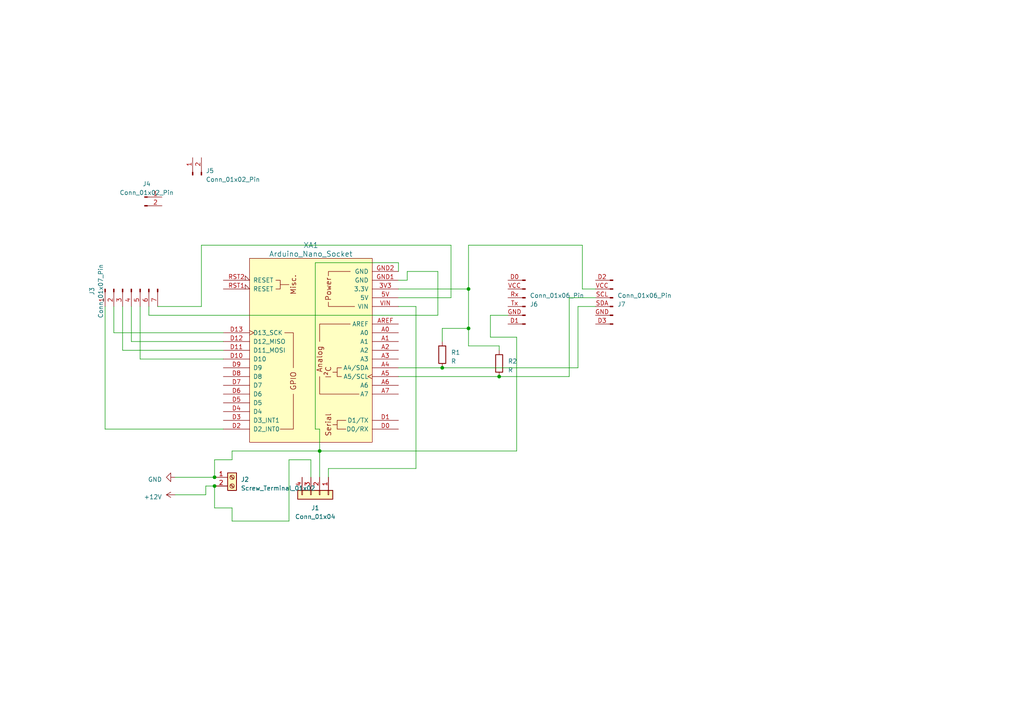
<source format=kicad_sch>
(kicad_sch (version 20230121) (generator eeschema)
  (paper "A4")
  (lib_symbols
    (symbol "Conn_01x06_Pin_1" (pin_names (offset 1.016) hide)
      (property "Reference" "J6" (at -1.27 -1.905 0))
      (property "Value" "Conn_01x06_Pin" (at -1.27 0.635 0))
      (symbol "Conn_01x06_Pin_1_1_1"
        (polyline (pts (xy 1.27 -7.62) (xy 0.8636 -7.62)) (stroke (width 0.1524)))
        (polyline (pts (xy 1.27 -5.08) (xy 0.8636 -5.08)) (stroke (width 0.1524)))
        (polyline (pts (xy 1.27 -2.54) (xy 0.8636 -2.54)) (stroke (width 0.1524)))
        (polyline (pts (xy 1.27 0) (xy 0.8636 0)) (stroke (width 0.1524)))
        (polyline (pts (xy 1.27 2.54) (xy 0.8636 2.54)) (stroke (width 0.1524)))
        (polyline (pts (xy 1.27 5.08) (xy 0.8636 5.08)) (stroke (width 0.1524)))
        (rectangle (start 0.8636 -7.493) (end 0 -7.747) (stroke (width 0.1524)) (fill (type outline)))
        (rectangle (start 0.8636 -4.953) (end 0 -5.207) (stroke (width 0.1524)) (fill (type outline)))
        (rectangle (start 0.8636 -2.413) (end 0 -2.667) (stroke (width 0.1524)) (fill (type outline)))
        (rectangle (start 0.8636 0.127) (end 0 -0.127) (stroke (width 0.1524)) (fill (type outline)))
        (rectangle (start 0.8636 2.667) (end 0 2.413) (stroke (width 0.1524)) (fill (type outline)))
        (rectangle (start 0.8636 5.207) (end 0 4.953) (stroke (width 0.1524)) (fill (type outline)))
        (pin passive line (at 5.08 5.08 180) (length 3.81) (name "Pin_1") (number "D0"))
        (pin passive line (at 5.08 -7.62 180) (length 3.81) (name "Pin_6") (number "D1"))
        (pin passive line (at 5.08 -5.08 180) (length 3.81) (name "Pin_5") (number "GND"))
        (pin passive line (at 5.08 0 180) (length 3.81) (name "Pin_3") (number "Rx"))
        (pin passive line (at 5.08 -2.54 180) (length 3.81) (name "Pin_4") (number "Tx"))
        (pin passive line (at 5.08 2.54 180) (length 3.81) (name "Pin_2") (number "VCC"))
      )
    )
    (symbol "Connector:Conn_01x02_Pin" (pin_names (offset 1.016) hide)
      (property "Reference" "J" (at 0 2.54 0))
      (property "Value" "Conn_01x02_Pin" (at 0 -5.08 0))
      (symbol "Conn_01x02_Pin_1_1"
        (polyline (pts (xy 1.27 -2.54) (xy 0.8636 -2.54)) (stroke (width 0.1524)))
        (polyline (pts (xy 1.27 0) (xy 0.8636 0)) (stroke (width 0.1524)))
        (rectangle (start 0.8636 -2.413) (end 0 -2.667) (stroke (width 0.1524)) (fill (type outline)))
        (rectangle (start 0.8636 0.127) (end 0 -0.127) (stroke (width 0.1524)) (fill (type outline)))
        (pin passive line (at 5.08 0 180) (length 3.81) (name "Pin_1") (number "1"))
        (pin passive line (at 5.08 -2.54 180) (length 3.81) (name "Pin_2") (number "2"))
      )
    )
    (symbol "Connector:Conn_01x06_Pin" (pin_names (offset 1.016) hide)
      (property "Reference" "J7" (at -1.27 -1.905 0))
      (property "Value" "Conn_01x06_Pin" (at -1.27 0.635 0))
      (symbol "Conn_01x06_Pin_1_1"
        (polyline (pts (xy 1.27 -7.62) (xy 0.8636 -7.62)) (stroke (width 0.1524)))
        (polyline (pts (xy 1.27 -5.08) (xy 0.8636 -5.08)) (stroke (width 0.1524)))
        (polyline (pts (xy 1.27 -2.54) (xy 0.8636 -2.54)) (stroke (width 0.1524)))
        (polyline (pts (xy 1.27 0) (xy 0.8636 0)) (stroke (width 0.1524)))
        (polyline (pts (xy 1.27 2.54) (xy 0.8636 2.54)) (stroke (width 0.1524)))
        (polyline (pts (xy 1.27 5.08) (xy 0.8636 5.08)) (stroke (width 0.1524)))
        (rectangle (start 0.8636 -7.493) (end 0 -7.747) (stroke (width 0.1524)) (fill (type outline)))
        (rectangle (start 0.8636 -4.953) (end 0 -5.207) (stroke (width 0.1524)) (fill (type outline)))
        (rectangle (start 0.8636 -2.413) (end 0 -2.667) (stroke (width 0.1524)) (fill (type outline)))
        (rectangle (start 0.8636 0.127) (end 0 -0.127) (stroke (width 0.1524)) (fill (type outline)))
        (rectangle (start 0.8636 2.667) (end 0 2.413) (stroke (width 0.1524)) (fill (type outline)))
        (rectangle (start 0.8636 5.207) (end 0 4.953) (stroke (width 0.1524)) (fill (type outline)))
        (pin passive line (at 5.08 5.08 180) (length 3.81) (name "Pin_1") (number "D2"))
        (pin passive line (at 5.08 -7.62 180) (length 3.81) (name "Pin_6") (number "D3"))
        (pin passive line (at 5.08 -5.08 180) (length 3.81) (name "Pin_5") (number "GND"))
        (pin passive line (at 5.08 0 180) (length 3.81) (name "Pin_3") (number "SCL"))
        (pin passive line (at 5.08 -2.54 180) (length 3.81) (name "Pin_4") (number "SDA"))
        (pin passive line (at 5.08 2.54 180) (length 3.81) (name "Pin_2") (number "VCC"))
      )
    )
    (symbol "Connector:Conn_01x07_Pin" (pin_names (offset 1.016) hide)
      (property "Reference" "J" (at 0 10.16 0))
      (property "Value" "Conn_01x07_Pin" (at 0 -10.16 0))
      (symbol "Conn_01x07_Pin_1_1"
        (polyline (pts (xy 1.27 -7.62) (xy 0.8636 -7.62)) (stroke (width 0.1524)))
        (polyline (pts (xy 1.27 -5.08) (xy 0.8636 -5.08)) (stroke (width 0.1524)))
        (polyline (pts (xy 1.27 -2.54) (xy 0.8636 -2.54)) (stroke (width 0.1524)))
        (polyline (pts (xy 1.27 0) (xy 0.8636 0)) (stroke (width 0.1524)))
        (polyline (pts (xy 1.27 2.54) (xy 0.8636 2.54)) (stroke (width 0.1524)))
        (polyline (pts (xy 1.27 5.08) (xy 0.8636 5.08)) (stroke (width 0.1524)))
        (polyline (pts (xy 1.27 7.62) (xy 0.8636 7.62)) (stroke (width 0.1524)))
        (rectangle (start 0.8636 -7.493) (end 0 -7.747) (stroke (width 0.1524)) (fill (type outline)))
        (rectangle (start 0.8636 -4.953) (end 0 -5.207) (stroke (width 0.1524)) (fill (type outline)))
        (rectangle (start 0.8636 -2.413) (end 0 -2.667) (stroke (width 0.1524)) (fill (type outline)))
        (rectangle (start 0.8636 0.127) (end 0 -0.127) (stroke (width 0.1524)) (fill (type outline)))
        (rectangle (start 0.8636 2.667) (end 0 2.413) (stroke (width 0.1524)) (fill (type outline)))
        (rectangle (start 0.8636 5.207) (end 0 4.953) (stroke (width 0.1524)) (fill (type outline)))
        (rectangle (start 0.8636 7.747) (end 0 7.493) (stroke (width 0.1524)) (fill (type outline)))
        (pin passive line (at 5.08 7.62 180) (length 3.81) (name "Pin_1") (number "1"))
        (pin passive line (at 5.08 5.08 180) (length 3.81) (name "Pin_2") (number "2"))
        (pin passive line (at 5.08 2.54 180) (length 3.81) (name "Pin_3") (number "3"))
        (pin passive line (at 5.08 0 180) (length 3.81) (name "Pin_4") (number "4"))
        (pin passive line (at 5.08 -2.54 180) (length 3.81) (name "Pin_5") (number "5"))
        (pin passive line (at 5.08 -5.08 180) (length 3.81) (name "Pin_6") (number "6"))
        (pin passive line (at 5.08 -7.62 180) (length 3.81) (name "Pin_7") (number "7"))
      )
    )
    (symbol "Connector:Screw_Terminal_01x02" (pin_names (offset 1.016) hide)
      (property "Reference" "J" (at 0 2.54 0))
      (property "Value" "Screw_Terminal_01x02" (at 0 -5.08 0))
      (symbol "Screw_Terminal_01x02_1_1"
        (rectangle (start -1.27 1.27) (end 1.27 -3.81) (stroke (width 0.254)) (fill (type background)))
        (circle (center 0 -2.54) (radius 0.635) (stroke (width 0.1524)))
        (polyline (pts (xy -0.5334 -2.2098) (xy 0.3302 -3.048)) (stroke (width 0.1524)))
        (polyline (pts (xy -0.5334 0.3302) (xy 0.3302 -0.508)) (stroke (width 0.1524)))
        (polyline (pts (xy -0.3556 -2.032) (xy 0.508 -2.8702)) (stroke (width 0.1524)))
        (polyline (pts (xy -0.3556 0.508) (xy 0.508 -0.3302)) (stroke (width 0.1524)))
        (circle (center 0 0) (radius 0.635) (stroke (width 0.1524)))
        (pin passive line (at -5.08 0 0) (length 3.81) (name "Pin_1") (number "1"))
        (pin passive line (at -5.08 -2.54 0) (length 3.81) (name "Pin_2") (number "2"))
      )
    )
    (symbol "Connector_Generic:Conn_01x04" (pin_names (offset 1.016) hide)
      (property "Reference" "J" (at 0 5.08 0))
      (property "Value" "Conn_01x04" (at 0 -7.62 0))
      (symbol "Conn_01x04_1_1"
        (rectangle (start -1.27 -4.953) (end 0 -5.207) (stroke (width 0.1524)))
        (rectangle (start -1.27 -2.413) (end 0 -2.667) (stroke (width 0.1524)))
        (rectangle (start -1.27 0.127) (end 0 -0.127) (stroke (width 0.1524)))
        (rectangle (start -1.27 2.667) (end 0 2.413) (stroke (width 0.1524)))
        (rectangle (start -1.27 3.81) (end 1.27 -6.35) (stroke (width 0.254)) (fill (type background)))
        (pin passive line (at -5.08 2.54 0) (length 3.81) (name "Pin_1") (number "1"))
        (pin passive line (at -5.08 0 0) (length 3.81) (name "Pin_2") (number "2"))
        (pin passive line (at -5.08 -2.54 0) (length 3.81) (name "Pin_3") (number "3"))
        (pin passive line (at -5.08 -5.08 0) (length 3.81) (name "Pin_4") (number "4"))
      )
    )
    (symbol "Device:R" (pin_numbers hide) (pin_names (offset 0))
      (property "Reference" "R" (at 2.032 0 90))
      (property "Value" "R" (at 0 0 90))
      (symbol "R_0_1"
        (rectangle (start -1.016 -2.54) (end 1.016 2.54) (stroke (width 0.254)))
      )
      (symbol "R_1_1"
        (pin passive line (at 0 3.81 270) (length 1.27) (name "~") (number "1"))
        (pin passive line (at 0 -3.81 90) (length 1.27) (name "~") (number "2"))
      )
    )
    (symbol "arduino-library:Arduino_Nano_Socket" (pin_names (offset 1.016))
      (property "Reference" "XA" (at 0 33.02 0))
      (property "Value" "Arduino_Nano_Socket" (at 0 29.21 0))
      (symbol "Arduino_Nano_Socket_0_0"
        (rectangle (start -17.78 26.67) (end 17.78 -26.67) (fill (type background)))
        (polyline (pts (xy -7.62 6.35) (xy -6.35 6.35)))
        (polyline (pts (xy -7.62 21.59) (xy -6.35 21.59)))
        (polyline (pts (xy 8.89 -19.05) (xy 6.35 -19.05)))
        (polyline (pts (xy -11.43 -22.86) (xy -5.08 -22.86) (xy -5.08 -21.59)))
        (polyline (pts (xy -5.08 -13.97) (xy -5.08 -12.7) (xy -12.7 -12.7)))
        (polyline (pts (xy -10.16 22.86) (xy -7.62 22.86) (xy -7.62 20.32) (xy -10.16 20.32)))
        (polyline (pts (xy -8.89 7.62) (xy -7.62 7.62) (xy -7.62 5.08) (xy -8.89 5.08)))
        (text "Analog" (at -2.54 2.54 900) (effects (font (size 1.524 1.524))))
        (text "I²C" (at -5.08 6.35 900) (effects (font (size 1.524 1.524))))
        (text "Misc." (at 5.08 -19.05 900) (effects (font (size 1.524 1.524))))
        (text "Power" (at -5.08 -17.78 900) (effects (font (size 1.524 1.524))))
        (text "Serial" (at -5.08 21.59 900) (effects (font (size 1.524 1.524))))
      )
      (symbol "Arduino_Nano_Socket_0_1"
        (polyline (pts (xy -13.97 12.7) (xy -2.54 12.7) (xy -2.54 7.62)))
        (polyline (pts (xy -11.43 -7.62) (xy -2.54 -7.62) (xy -2.54 -2.54)))
        (polyline (pts (xy 7.62 -5.08) (xy 5.08 -5.08) (xy 5.08 5.08)))
        (polyline (pts (xy 8.89 22.86) (xy 5.08 22.86) (xy 5.08 12.7)))
        (polyline (pts (xy 10.16 -17.78) (xy 8.89 -17.78) (xy 8.89 -20.32) (xy 10.16 -20.32)))
      )
      (symbol "Arduino_Nano_Socket_1_0"
        (text "GPIO" (at 5.08 8.89 900) (effects (font (size 1.524 1.524))))
      )
      (symbol "Arduino_Nano_Socket_1_1"
        (pin power_out line (at -25.4 -17.78 0) (length 7.62) (name "3.3V") (number "3V3"))
        (pin power_in line (at -25.4 -15.24 0) (length 7.62) (name "5V") (number "5V"))
        (pin bidirectional line (at -25.4 -5.08 0) (length 7.62) (name "A0") (number "A0"))
        (pin bidirectional line (at -25.4 -2.54 0) (length 7.62) (name "A1") (number "A1"))
        (pin bidirectional line (at -25.4 0 0) (length 7.62) (name "A2") (number "A2"))
        (pin bidirectional line (at -25.4 2.54 0) (length 7.62) (name "A3") (number "A3"))
        (pin bidirectional line (at -25.4 5.08 0) (length 7.62) (name "A4/SDA") (number "A4"))
        (pin bidirectional clock (at -25.4 7.62 0) (length 7.62) (name "A5/SCL") (number "A5"))
        (pin input line (at -25.4 10.16 0) (length 7.62) (name "A6") (number "A6"))
        (pin input line (at -25.4 12.7 0) (length 7.62) (name "A7") (number "A7"))
        (pin input line (at -25.4 -7.62 0) (length 7.62) (name "AREF") (number "AREF"))
        (pin bidirectional line (at -25.4 22.86 0) (length 7.62) (name "D0/RX") (number "D0"))
        (pin bidirectional line (at -25.4 20.32 0) (length 7.62) (name "D1/TX") (number "D1"))
        (pin bidirectional line (at 25.4 2.54 180) (length 7.62) (name "D10") (number "D10"))
        (pin bidirectional line (at 25.4 0 180) (length 7.62) (name "D11_MOSI") (number "D11"))
        (pin bidirectional line (at 25.4 -2.54 180) (length 7.62) (name "D12_MISO") (number "D12"))
        (pin bidirectional clock (at 25.4 -5.08 180) (length 7.62) (name "D13_SCK") (number "D13"))
        (pin bidirectional line (at 25.4 22.86 180) (length 7.62) (name "D2_INT0") (number "D2"))
        (pin bidirectional line (at 25.4 20.32 180) (length 7.62) (name "D3_INT1") (number "D3"))
        (pin bidirectional line (at 25.4 17.78 180) (length 7.62) (name "D4") (number "D4"))
        (pin bidirectional line (at 25.4 15.24 180) (length 7.62) (name "D5") (number "D5"))
        (pin bidirectional line (at 25.4 12.7 180) (length 7.62) (name "D6") (number "D6"))
        (pin bidirectional line (at 25.4 10.16 180) (length 7.62) (name "D7") (number "D7"))
        (pin bidirectional line (at 25.4 7.62 180) (length 7.62) (name "D8") (number "D8"))
        (pin bidirectional line (at 25.4 5.08 180) (length 7.62) (name "D9") (number "D9"))
        (pin power_in line (at -25.4 -20.32 0) (length 7.62) (name "GND") (number "GND1"))
        (pin power_in line (at -25.4 -22.86 0) (length 7.62) (name "GND") (number "GND2"))
        (pin open_collector input_low (at 25.4 -17.78 180) (length 7.62) (name "RESET") (number "RST1"))
        (pin open_collector input_low (at 25.4 -20.32 180) (length 7.62) (name "RESET") (number "RST2"))
        (pin power_in line (at -25.4 -12.7 0) (length 7.62) (name "VIN") (number "VIN"))
      )
    )
    (symbol "power:+12V" (power) (pin_names (offset 0))
      (property "Value" "+12V" (at 0 3.556 0))
      (symbol "+12V_0_1"
        (polyline (pts (xy -0.762 1.27) (xy 0 2.54)))
        (polyline (pts (xy 0 0) (xy 0 2.54)))
        (polyline (pts (xy 0 2.54) (xy 0.762 1.27)))
      )
      (symbol "+12V_1_1"
        (pin power_in line (at 0 0 90) (length 0) hide (name "+12V") (number "1"))
      )
    )
    (symbol "power:GND" (power) (pin_names (offset 0))
      (property "Value" "GND" (at 0 -3.81 0))
      (symbol "GND_0_1"
        (polyline (pts (xy 0 0) (xy 0 -1.27) (xy 1.27 -1.27) (xy 0 -2.54) (xy -1.27 -1.27) (xy 0 -1.27)))
      )
      (symbol "GND_1_1"
        (pin power_in line (at 0 0 270) (length 0) hide (name "GND") (number "1"))
      )
    )
  )
  (junction (at 62.23 140.97))
  (junction (at 92.71 130.81))
  (junction (at 128.27 106.68))
  (junction (at 135.89 95.25))
  (junction (at 144.78 109.22))
  (junction (at 62.23 138.43))
  (junction (at 135.89 83.82))
  (wire (pts (xy 95.25 138.43) (xy 95.25 135.89)))
  (wire (pts (xy 115.57 81.28) (xy 118.11 81.28)))
  (wire (pts (xy 30.48 124.46) (xy 64.77 124.46)))
  (wire (pts (xy 142.24 97.79) (xy 142.24 91.44)))
  (wire (pts (xy 92.71 124.46) (xy 91.44 124.46)))
  (wire (pts (xy 172.72 83.82) (xy 168.91 83.82)))
  (wire (pts (xy 67.31 133.35) (xy 62.23 133.35)))
  (wire (pts (xy 115.57 83.82) (xy 135.89 83.82)))
  (wire (pts (xy 144.78 109.22) (xy 115.57 109.22)))
  (wire (pts (xy 33.02 88.9) (xy 33.02 96.52)))
  (wire (pts (xy 83.82 133.35) (xy 83.82 151.13)))
  (wire (pts (xy 67.31 130.81) (xy 67.31 133.35)))
  (wire (pts (xy 142.24 91.44) (xy 147.32 91.44)))
  (wire (pts (xy 38.1 99.06) (xy 64.77 99.06)))
  (wire (pts (xy 172.72 88.9) (xy 167.64 88.9)))
  (wire (pts (xy 144.78 100.33) (xy 144.78 101.6)))
  (wire (pts (xy 58.42 71.12) (xy 130.81 71.12)))
  (wire (pts (xy 135.89 100.33) (xy 144.78 100.33)))
  (wire (pts (xy 40.64 104.14) (xy 64.77 104.14)))
  (wire (pts (xy 92.71 124.46) (xy 92.71 130.81)))
  (wire (pts (xy 128.27 99.06) (xy 128.27 95.25)))
  (wire (pts (xy 167.64 88.9) (xy 167.64 106.68)))
  (wire (pts (xy 115.57 76.2) (xy 115.57 78.74)))
  (wire (pts (xy 50.8 138.43) (xy 62.23 138.43)))
  (wire (pts (xy 128.27 106.68) (xy 115.57 106.68)))
  (wire (pts (xy 67.31 151.13) (xy 67.31 147.32)))
  (wire (pts (xy 168.91 71.12) (xy 135.89 71.12)))
  (wire (pts (xy 118.11 78.74) (xy 127 78.74)))
  (wire (pts (xy 128.27 95.25) (xy 135.89 95.25)))
  (wire (pts (xy 59.69 140.97) (xy 62.23 140.97)))
  (wire (pts (xy 35.56 88.9) (xy 35.56 101.6)))
  (wire (pts (xy 91.44 76.2) (xy 91.44 124.46)))
  (wire (pts (xy 149.86 130.81) (xy 92.71 130.81)))
  (wire (pts (xy 62.23 147.32) (xy 62.23 140.97)))
  (wire (pts (xy 35.56 101.6) (xy 64.77 101.6)))
  (wire (pts (xy 45.72 88.9) (xy 58.42 88.9)))
  (wire (pts (xy 167.64 106.68) (xy 128.27 106.68)))
  (wire (pts (xy 95.25 135.89) (xy 120.65 135.89)))
  (wire (pts (xy 67.31 130.81) (xy 92.71 130.81)))
  (wire (pts (xy 43.18 88.9) (xy 43.18 91.44)))
  (wire (pts (xy 59.69 143.51) (xy 59.69 140.97)))
  (wire (pts (xy 120.65 135.89) (xy 120.65 88.9)))
  (wire (pts (xy 130.81 71.12) (xy 130.81 86.36)))
  (wire (pts (xy 67.31 151.13) (xy 83.82 151.13)))
  (wire (pts (xy 135.89 83.82) (xy 135.89 95.25)))
  (wire (pts (xy 149.86 130.81) (xy 149.86 97.79)))
  (wire (pts (xy 165.1 86.36) (xy 165.1 109.22)))
  (wire (pts (xy 50.8 143.51) (xy 59.69 143.51)))
  (wire (pts (xy 135.89 71.12) (xy 135.89 83.82)))
  (wire (pts (xy 149.86 97.79) (xy 142.24 97.79)))
  (wire (pts (xy 67.31 147.32) (xy 62.23 147.32)))
  (wire (pts (xy 115.57 86.36) (xy 130.81 86.36)))
  (wire (pts (xy 168.91 83.82) (xy 168.91 71.12)))
  (wire (pts (xy 83.82 133.35) (xy 90.17 133.35)))
  (wire (pts (xy 127 78.74) (xy 127 91.44)))
  (wire (pts (xy 91.44 76.2) (xy 115.57 76.2)))
  (wire (pts (xy 33.02 96.52) (xy 64.77 96.52)))
  (wire (pts (xy 43.18 91.44) (xy 127 91.44)))
  (wire (pts (xy 30.48 88.9) (xy 30.48 124.46)))
  (wire (pts (xy 172.72 86.36) (xy 165.1 86.36)))
  (wire (pts (xy 165.1 109.22) (xy 144.78 109.22)))
  (wire (pts (xy 92.71 130.81) (xy 92.71 138.43)))
  (wire (pts (xy 40.64 88.9) (xy 40.64 104.14)))
  (wire (pts (xy 120.65 88.9) (xy 115.57 88.9)))
  (wire (pts (xy 118.11 81.28) (xy 118.11 78.74)))
  (wire (pts (xy 90.17 133.35) (xy 90.17 138.43)))
  (wire (pts (xy 135.89 95.25) (xy 135.89 100.33)))
  (wire (pts (xy 58.42 88.9) (xy 58.42 71.12)))
  (wire (pts (xy 38.1 88.9) (xy 38.1 99.06)))
  (wire (pts (xy 62.23 133.35) (xy 62.23 138.43)))
  (symbol (lib_id "power:+12V") (at 50.8 143.51 90) (unit 1)
    (property "Reference" "#PWR02" (effects hide))
    (property "Value" "+12V" (at 46.99 144.145 90) (effects (justify left)))
  )
  (symbol (lib_id "Device:R") (at 128.27 102.87 0) (unit 1)
    (property "Reference" "R1" (at 130.81 102.235 0) (effects (justify left)))
    (property "Value" "R" (at 130.81 104.775 0) (effects (justify left)))
    (property "Footprint" "Resistor_THT:R_Axial_DIN0204_L3.6mm_D1.6mm_P7.62mm_Horizontal" (effects hide))
  )
  (symbol (lib_id "Connector_Generic:Conn_01x04") (at 92.71 143.51 270) (unit 1)
    (property "Reference" "J1" (at 91.44 147.32 90))
    (property "Value" "Conn_01x04" (at 91.44 149.86 90))
    (property "Footprint" "Connector_PinSocket_2.54mm:PinSocket_1x04_P2.54mm_Vertical" (effects hide))
  )
  (symbol (lib_id "power:GND") (at 50.8 138.43 270) (unit 1)
    (property "Reference" "#PWR01" (effects hide))
    (property "Value" "GND" (at 46.99 139.065 90) (effects (justify right)))
  )
  (symbol (lib_id "Connector:Screw_Terminal_01x02") (at 67.31 138.43 0) (unit 1)
    (property "Reference" "J2" (at 69.85 139.065 0) (effects (justify left)))
    (property "Value" "Screw_Terminal_01x02" (at 69.85 141.605 0) (effects (justify left)))
    (property "Footprint" "TerminalBlock:TerminalBlock_bornier-2_P5.08mm" (effects hide))
  )
  (symbol (lib_id "arduino-library:Arduino_Nano_Socket") (at 90.17 101.6 180) (unit 1)
    (property "Reference" "XA1" (at 90.17 71.12 0) (effects (font (size 1.524 1.524))))
    (property "Value" "Arduino_Nano_Socket" (at 90.17 73.66 0) (effects (font (size 1.524 1.524))))
    (property "Footprint" "Library:Arduino_Nano_Socket" (effects hide))
    (property "Datasheet" "https://docs.arduino.cc/hardware/nano" (effects hide))
  )
  (symbol (lib_name "Conn_01x06_Pin_1") (lib_id "Connector:Conn_01x06_Pin") (at 152.4 86.36 0) (mirror y) (unit 1)
    (property "Reference" "J6" (at 153.67 88.265 0) (effects (justify right)))
    (property "Value" "Conn_01x06_Pin" (at 153.67 85.725 0) (effects (justify right)))
    (property "Footprint" "Connector_PinHeader_2.54mm:PinHeader_1x06_P2.54mm_Vertical" (effects hide))
  )
  (symbol (lib_id "Connector:Conn_01x06_Pin") (at 177.8 86.36 0) (mirror y) (unit 1)
    (property "Reference" "J7" (at 179.07 88.265 0) (effects (justify right)))
    (property "Value" "Conn_01x06_Pin" (at 179.07 85.725 0) (effects (justify right)))
    (property "Footprint" "Connector_PinHeader_2.54mm:PinHeader_1x06_P2.54mm_Vertical" (effects hide))
  )
  (symbol (lib_id "Device:R") (at 144.78 105.41 0) (unit 1)
    (property "Reference" "R2" (at 147.32 104.775 0) (effects (justify left)))
    (property "Value" "R" (at 147.32 107.315 0) (effects (justify left)))
    (property "Footprint" "Resistor_THT:R_Axial_DIN0204_L3.6mm_D1.6mm_P7.62mm_Horizontal" (effects hide))
  )
  (symbol (lib_id "Connector:Conn_01x02_Pin") (at 41.91 57.15 0) (unit 1)
    (property "Reference" "J4" (at 42.545 53.34 0))
    (property "Value" "Conn_01x02_Pin" (at 42.545 55.88 0))
    (property "Footprint" "Connector_PinHeader_2.54mm:PinHeader_1x02_P2.54mm_Vertical" (effects hide))
  )
  (symbol (lib_id "Connector:Conn_01x07_Pin") (at 38.1 83.82 90) (mirror x) (unit 1)
    (property "Reference" "J3" (at 26.67 84.455 0))
    (property "Value" "Conn_01x07_Pin" (at 29.21 84.455 0))
    (property "Footprint" "Library:PinHeader_1x07_P2.54mm_Vertical" (effects hide))
  )
  (symbol (lib_id "Connector:Conn_01x02_Pin") (at 55.88 50.8 90) (unit 1)
    (property "Reference" "J5" (at 59.69 49.53 90) (effects (justify right)))
    (property "Value" "Conn_01x02_Pin" (at 59.69 52.07 90) (effects (justify right)))
    (property "Footprint" "Connector_PinHeader_2.54mm:PinHeader_1x02_P2.54mm_Vertical" (effects hide))
  )
)
</source>
